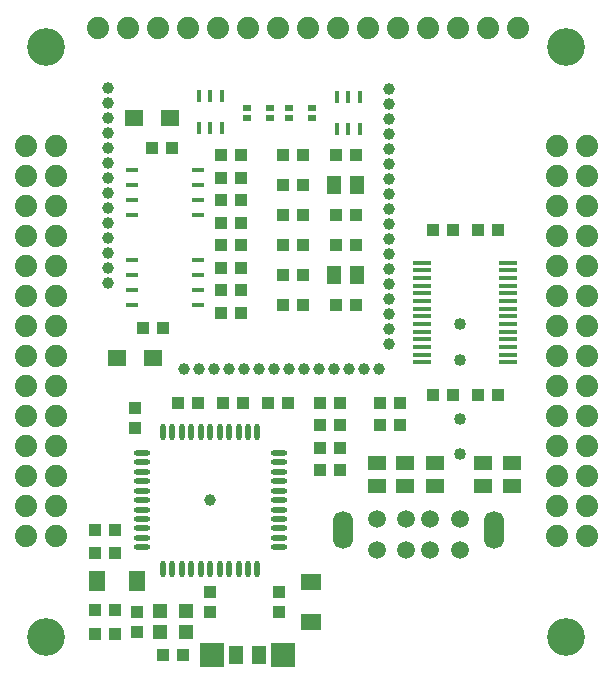
<source format=gbp>
G04 (created by PCBNEW (2013-07-07 BZR 4022)-stable) date 2015/3/10 10:19:11*
%MOIN*%
G04 Gerber Fmt 3.4, Leading zero omitted, Abs format*
%FSLAX34Y34*%
G01*
G70*
G90*
G04 APERTURE LIST*
%ADD10C,0.00590551*%
%ADD11R,0.0511X0.059*%
%ADD12R,0.059X0.0511*%
%ADD13R,0.0393X0.0433*%
%ADD14R,0.015748X0.0393701*%
%ADD15R,0.081X0.081*%
%ADD16C,0.126*%
%ADD17O,0.0551X0.0177*%
%ADD18O,0.0177X0.0551*%
%ADD19C,0.0393*%
%ADD20R,0.059X0.015*%
%ADD21R,0.0255906X0.019685*%
%ADD22C,0.04*%
%ADD23R,0.0433X0.0393*%
%ADD24R,0.0551X0.0708*%
%ADD25R,0.0708X0.0551*%
%ADD26R,0.0511811X0.0452756*%
%ADD27R,0.0629X0.0551*%
%ADD28R,0.0393701X0.015748*%
%ADD29C,0.0393701*%
%ADD30C,0.074*%
%ADD31C,0.0590551*%
%ADD32O,0.0669291X0.125984*%
G04 APERTURE END LIST*
G54D10*
G54D11*
X42636Y-36500D03*
X41888Y-36500D03*
G54D12*
X43300Y-45776D03*
X43300Y-46524D03*
X46850Y-45776D03*
X46850Y-46524D03*
X47800Y-46524D03*
X47800Y-45776D03*
G54D11*
X38626Y-52150D03*
X39374Y-52150D03*
X41888Y-39500D03*
X42636Y-39500D03*
G54D12*
X45250Y-45776D03*
X45250Y-46524D03*
X44250Y-45776D03*
X44250Y-46524D03*
G54D13*
X36666Y-43750D03*
X37334Y-43750D03*
G54D14*
X42356Y-33566D03*
X42750Y-33566D03*
X42750Y-34629D03*
X42356Y-34629D03*
X41962Y-34629D03*
X41962Y-33566D03*
X37756Y-34583D03*
X37362Y-34583D03*
X37362Y-33520D03*
X37756Y-33520D03*
X38150Y-33520D03*
X38150Y-34583D03*
G54D15*
X37818Y-52150D03*
X40181Y-52150D03*
G54D16*
X49606Y-51574D03*
X49606Y-31889D03*
G54D17*
X40033Y-45426D03*
X40033Y-45741D03*
X40033Y-46056D03*
X40033Y-46371D03*
X40033Y-46686D03*
X40033Y-47000D03*
X40033Y-47314D03*
X40033Y-47629D03*
X40033Y-47944D03*
X40033Y-48259D03*
X40033Y-48574D03*
G54D18*
X39324Y-49283D03*
X39009Y-49283D03*
X38694Y-49283D03*
X38379Y-49283D03*
X38064Y-49283D03*
X37750Y-49283D03*
X37436Y-49283D03*
X37121Y-49283D03*
X36806Y-49283D03*
X36491Y-49283D03*
X36176Y-49283D03*
G54D17*
X35467Y-48574D03*
X35467Y-48259D03*
X35467Y-47944D03*
X35467Y-47629D03*
X35467Y-47314D03*
X35467Y-47000D03*
X35467Y-46686D03*
X35467Y-46371D03*
X35467Y-46056D03*
X35467Y-45741D03*
X35467Y-45426D03*
G54D18*
X36176Y-44717D03*
X36491Y-44717D03*
X36806Y-44717D03*
X37121Y-44717D03*
X37436Y-44717D03*
X37750Y-44717D03*
X38064Y-44717D03*
X38379Y-44717D03*
X38694Y-44717D03*
X39009Y-44717D03*
X39324Y-44717D03*
G54D19*
X37750Y-47000D03*
G54D20*
X44823Y-42413D03*
X44823Y-42157D03*
X44823Y-41901D03*
X44823Y-41645D03*
X44823Y-41389D03*
X44823Y-41133D03*
X44823Y-40877D03*
X44823Y-40623D03*
X44823Y-40367D03*
X44823Y-40111D03*
X44823Y-39855D03*
X44823Y-39599D03*
X44823Y-39343D03*
X44823Y-39087D03*
X47677Y-39087D03*
X47677Y-39343D03*
X47677Y-39599D03*
X47677Y-39855D03*
X47677Y-40111D03*
X47677Y-40367D03*
X47677Y-40623D03*
X47677Y-40877D03*
X47677Y-41133D03*
X47677Y-41389D03*
X47677Y-41645D03*
X47677Y-41901D03*
X47677Y-42157D03*
X47677Y-42413D03*
G54D21*
X40382Y-33922D03*
X40382Y-34277D03*
X41130Y-34277D03*
X41130Y-33922D03*
X39730Y-34277D03*
X39730Y-33922D03*
X38982Y-33922D03*
X38982Y-34277D03*
G54D22*
X46062Y-45472D03*
X46062Y-44290D03*
G54D13*
X38122Y-37750D03*
X38790Y-37750D03*
X38122Y-36250D03*
X38790Y-36250D03*
X40178Y-39500D03*
X40846Y-39500D03*
G54D23*
X37750Y-50066D03*
X37750Y-50734D03*
G54D13*
X41416Y-45250D03*
X42084Y-45250D03*
X40334Y-43750D03*
X39666Y-43750D03*
G54D23*
X35250Y-44584D03*
X35250Y-43916D03*
X40050Y-50066D03*
X40050Y-50734D03*
G54D13*
X38122Y-37000D03*
X38790Y-37000D03*
X38122Y-39250D03*
X38790Y-39250D03*
X38122Y-40750D03*
X38790Y-40750D03*
X38122Y-35500D03*
X38790Y-35500D03*
X33916Y-48750D03*
X34584Y-48750D03*
X46666Y-43500D03*
X47334Y-43500D03*
X38122Y-38500D03*
X38790Y-38500D03*
X38122Y-40000D03*
X38790Y-40000D03*
G54D24*
X33981Y-49700D03*
X35319Y-49700D03*
G54D25*
X41100Y-49731D03*
X41100Y-51069D03*
G54D26*
X36066Y-50695D03*
X36933Y-50695D03*
X36933Y-51404D03*
X36066Y-51404D03*
G54D27*
X35216Y-34250D03*
X36396Y-34250D03*
X34660Y-42250D03*
X35840Y-42250D03*
G54D23*
X42084Y-43750D03*
X41416Y-43750D03*
X42084Y-44500D03*
X41416Y-44500D03*
G54D13*
X35300Y-51384D03*
X35300Y-50716D03*
G54D23*
X36166Y-52150D03*
X36834Y-52150D03*
X38834Y-43750D03*
X38166Y-43750D03*
X34584Y-48000D03*
X33916Y-48000D03*
X41416Y-46000D03*
X42084Y-46000D03*
X43416Y-43750D03*
X44084Y-43750D03*
X45166Y-43500D03*
X45834Y-43500D03*
X47334Y-38000D03*
X46666Y-38000D03*
X43416Y-44500D03*
X44084Y-44500D03*
X45166Y-38000D03*
X45834Y-38000D03*
X35822Y-35250D03*
X36490Y-35250D03*
X35522Y-41250D03*
X36190Y-41250D03*
X41928Y-35500D03*
X42596Y-35500D03*
X40846Y-37500D03*
X40178Y-37500D03*
X40178Y-36500D03*
X40846Y-36500D03*
X40178Y-40500D03*
X40846Y-40500D03*
X42596Y-38500D03*
X41928Y-38500D03*
X42596Y-37500D03*
X41928Y-37500D03*
X41928Y-40500D03*
X42596Y-40500D03*
X40846Y-35500D03*
X40178Y-35500D03*
X40178Y-38500D03*
X40846Y-38500D03*
G54D28*
X37356Y-36000D03*
X37356Y-36500D03*
X37356Y-37000D03*
X37356Y-37500D03*
X35156Y-36000D03*
X35156Y-36500D03*
X35156Y-37000D03*
X35156Y-37500D03*
X37356Y-39000D03*
X37356Y-39500D03*
X37356Y-40000D03*
X37356Y-40500D03*
X35156Y-39000D03*
X35156Y-39500D03*
X35156Y-40000D03*
X35156Y-40500D03*
G54D29*
X34346Y-33260D03*
X34346Y-33760D03*
X34346Y-34260D03*
X34346Y-34760D03*
X34346Y-35260D03*
X34346Y-35760D03*
X34346Y-36260D03*
X34346Y-36760D03*
X34346Y-37260D03*
X34346Y-37760D03*
X34346Y-38260D03*
X34346Y-38760D03*
X34346Y-39260D03*
X34346Y-39760D03*
X43372Y-42640D03*
X42872Y-42640D03*
X42372Y-42640D03*
X41872Y-42640D03*
X41372Y-42640D03*
X40872Y-42640D03*
X40372Y-42640D03*
X39872Y-42640D03*
X39372Y-42640D03*
X38872Y-42640D03*
X38372Y-42640D03*
X37872Y-42640D03*
X37372Y-42640D03*
X36872Y-42640D03*
G54D22*
X46062Y-42323D03*
X46062Y-41141D03*
G54D16*
X32283Y-31889D03*
X32283Y-51574D03*
G54D30*
X37000Y-31250D03*
X38000Y-31250D03*
X39000Y-31250D03*
X40000Y-31250D03*
X41000Y-31250D03*
X42000Y-31250D03*
X43000Y-31250D03*
X44000Y-31250D03*
X45000Y-31250D03*
X46000Y-31250D03*
X47000Y-31250D03*
X48000Y-31250D03*
G54D31*
X44291Y-48661D03*
X45078Y-48661D03*
X44291Y-47637D03*
X45078Y-47637D03*
X43307Y-47637D03*
X43307Y-48661D03*
X46062Y-47637D03*
X46062Y-48661D03*
G54D32*
X42165Y-47992D03*
X47204Y-47992D03*
G54D30*
X49300Y-41200D03*
X50300Y-41200D03*
X49300Y-42200D03*
X50300Y-42200D03*
X49300Y-43200D03*
X50300Y-43200D03*
X49300Y-44200D03*
X50300Y-44200D03*
X49300Y-45200D03*
X50300Y-45200D03*
X49300Y-46200D03*
X50300Y-46200D03*
X49300Y-47200D03*
X50300Y-47200D03*
X49300Y-48200D03*
X50300Y-48200D03*
G54D13*
X34584Y-50650D03*
X33916Y-50650D03*
G54D23*
X34584Y-51450D03*
X33916Y-51450D03*
G54D30*
X31600Y-35200D03*
X32600Y-35200D03*
X31600Y-36200D03*
X32600Y-36200D03*
X31600Y-37200D03*
X32600Y-37200D03*
X31600Y-38200D03*
X32600Y-38200D03*
X31600Y-39200D03*
X32600Y-39200D03*
X31600Y-40200D03*
X32600Y-40200D03*
X31600Y-41200D03*
X32600Y-41200D03*
X32600Y-48200D03*
X31600Y-48200D03*
X32600Y-47200D03*
X31600Y-47200D03*
X32600Y-46200D03*
X31600Y-46200D03*
X32600Y-45200D03*
X31600Y-45200D03*
X32600Y-44200D03*
X31600Y-44200D03*
X32600Y-43200D03*
X31600Y-43200D03*
X32600Y-42200D03*
X31600Y-42200D03*
X49300Y-35200D03*
X50300Y-35200D03*
X49300Y-36200D03*
X50300Y-36200D03*
X49300Y-37200D03*
X50300Y-37200D03*
X49300Y-38200D03*
X50300Y-38200D03*
X49300Y-39200D03*
X50300Y-39200D03*
X49300Y-40200D03*
X50300Y-40200D03*
X34000Y-31250D03*
X35000Y-31250D03*
X36000Y-31250D03*
G54D29*
X43725Y-33290D03*
X43725Y-33790D03*
X43725Y-34290D03*
X43725Y-34790D03*
X43725Y-35290D03*
X43725Y-35790D03*
X43725Y-36290D03*
X43725Y-36790D03*
X43725Y-37290D03*
X43725Y-37790D03*
X43725Y-38290D03*
X43725Y-38790D03*
X43725Y-39290D03*
X43725Y-39790D03*
X43725Y-40290D03*
X43725Y-40790D03*
X43725Y-41290D03*
X43725Y-41790D03*
M02*

</source>
